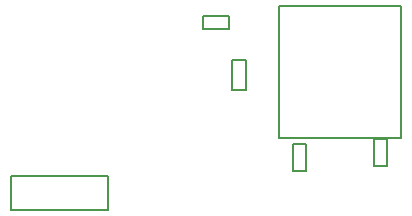
<source format=gbr>
G04*
G04 #@! TF.GenerationSoftware,Altium Limited,Altium Designer,25.8.1 (18)*
G04*
G04 Layer_Color=32768*
%FSLAX44Y44*%
%MOMM*%
G71*
G04*
G04 #@! TF.SameCoordinates,DC2A109C-38F9-4662-A5C9-921089D2BF11*
G04*
G04*
G04 #@! TF.FilePolarity,Positive*
G04*
G01*
G75*
%ADD12C,0.2000*%
D12*
X-195578Y-78653D02*
X-113578D01*
Y-107353D02*
Y-78653D01*
X-195578Y-107353D02*
X-113578D01*
X-195578D02*
Y-78653D01*
X-8742Y-5862D02*
X3258D01*
Y19138D01*
X-8742D02*
X3258D01*
X-8742Y-5862D02*
Y19138D01*
X-11163Y45396D02*
Y56396D01*
X-33284D02*
X-11163D01*
X-33284Y45396D02*
Y56396D01*
Y45396D02*
X-11163D01*
X111359Y-47246D02*
X122859D01*
X111359Y-70246D02*
Y-47246D01*
Y-70246D02*
X122859D01*
Y-47246D01*
X31582Y-47025D02*
Y64975D01*
Y-47025D02*
X134613D01*
Y64975D01*
X31582D02*
X134613D01*
X54281Y-74402D02*
Y-51402D01*
X42781Y-74402D02*
X54281D01*
X42781D02*
Y-51402D01*
X54281D01*
M02*

</source>
